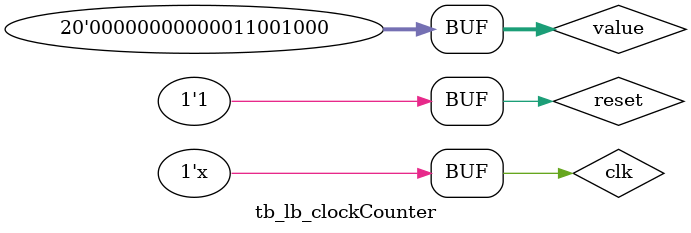
<source format=v>
`timescale 1ns / 1ps


module tb_lb_clockCounter;

	// Inputs
	reg clk;
	reg reset;
	reg [19:0] value;

	// Outputs
	wire done;

	// Instantiate the Unit Under Test (UUT)
	lb_clockCounter uut (
		.clk(clk), 
		.reset(reset), 
		.value(value), 
		.done(done)
	);
	
	always 
		#10 clk = ~clk;
		
	initial begin
		// Initialize Inputs
		clk = 0;
		reset = 0;
		value = 200;
		
		#10;
			reset = 1;
			
		// Wait 100 ns for global reset to finish
		#300;
        
		#10;
			reset = 0;
		#10;
			reset = 1;
		// Wait 100 ns for global reset to finish
		
		#300;
		
		// Add stimulus here

	end
      
endmodule


</source>
